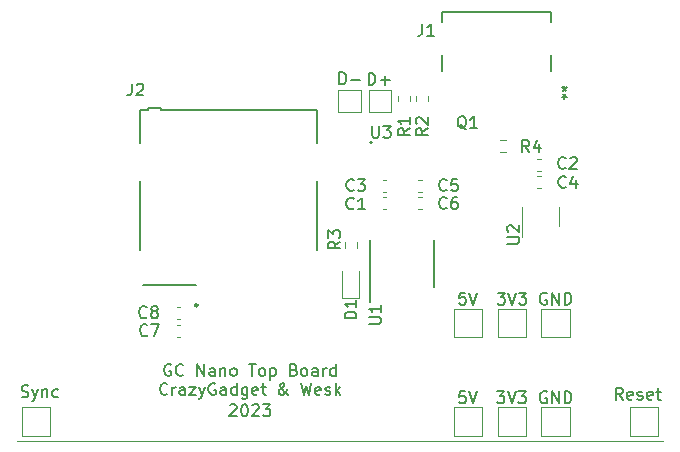
<source format=gbr>
%TF.GenerationSoftware,KiCad,Pcbnew,(6.0.11)*%
%TF.CreationDate,2023-04-24T21:00:32-04:00*%
%TF.ProjectId,GC Nano Top,4743204e-616e-46f2-9054-6f702e6b6963,rev?*%
%TF.SameCoordinates,Original*%
%TF.FileFunction,Legend,Top*%
%TF.FilePolarity,Positive*%
%FSLAX46Y46*%
G04 Gerber Fmt 4.6, Leading zero omitted, Abs format (unit mm)*
G04 Created by KiCad (PCBNEW (6.0.11)) date 2023-04-24 21:00:32*
%MOMM*%
%LPD*%
G01*
G04 APERTURE LIST*
%ADD10C,0.100000*%
%ADD11C,0.150000*%
%ADD12C,0.120000*%
%ADD13C,0.152400*%
%ADD14C,0.160499*%
%ADD15C,0.200000*%
%ADD16C,0.240000*%
G04 APERTURE END LIST*
D10*
X133450000Y-70525000D02*
X188200000Y-70525000D01*
D11*
X146485714Y-64100000D02*
X146390476Y-64052380D01*
X146247619Y-64052380D01*
X146104761Y-64100000D01*
X146009523Y-64195238D01*
X145961904Y-64290476D01*
X145914285Y-64480952D01*
X145914285Y-64623809D01*
X145961904Y-64814285D01*
X146009523Y-64909523D01*
X146104761Y-65004761D01*
X146247619Y-65052380D01*
X146342857Y-65052380D01*
X146485714Y-65004761D01*
X146533333Y-64957142D01*
X146533333Y-64623809D01*
X146342857Y-64623809D01*
X147533333Y-64957142D02*
X147485714Y-65004761D01*
X147342857Y-65052380D01*
X147247619Y-65052380D01*
X147104761Y-65004761D01*
X147009523Y-64909523D01*
X146961904Y-64814285D01*
X146914285Y-64623809D01*
X146914285Y-64480952D01*
X146961904Y-64290476D01*
X147009523Y-64195238D01*
X147104761Y-64100000D01*
X147247619Y-64052380D01*
X147342857Y-64052380D01*
X147485714Y-64100000D01*
X147533333Y-64147619D01*
X148723809Y-65052380D02*
X148723809Y-64052380D01*
X149295238Y-65052380D01*
X149295238Y-64052380D01*
X150200000Y-65052380D02*
X150200000Y-64528571D01*
X150152380Y-64433333D01*
X150057142Y-64385714D01*
X149866666Y-64385714D01*
X149771428Y-64433333D01*
X150200000Y-65004761D02*
X150104761Y-65052380D01*
X149866666Y-65052380D01*
X149771428Y-65004761D01*
X149723809Y-64909523D01*
X149723809Y-64814285D01*
X149771428Y-64719047D01*
X149866666Y-64671428D01*
X150104761Y-64671428D01*
X150200000Y-64623809D01*
X150676190Y-64385714D02*
X150676190Y-65052380D01*
X150676190Y-64480952D02*
X150723809Y-64433333D01*
X150819047Y-64385714D01*
X150961904Y-64385714D01*
X151057142Y-64433333D01*
X151104761Y-64528571D01*
X151104761Y-65052380D01*
X151723809Y-65052380D02*
X151628571Y-65004761D01*
X151580952Y-64957142D01*
X151533333Y-64861904D01*
X151533333Y-64576190D01*
X151580952Y-64480952D01*
X151628571Y-64433333D01*
X151723809Y-64385714D01*
X151866666Y-64385714D01*
X151961904Y-64433333D01*
X152009523Y-64480952D01*
X152057142Y-64576190D01*
X152057142Y-64861904D01*
X152009523Y-64957142D01*
X151961904Y-65004761D01*
X151866666Y-65052380D01*
X151723809Y-65052380D01*
X153104761Y-64052380D02*
X153676190Y-64052380D01*
X153390476Y-65052380D02*
X153390476Y-64052380D01*
X154152380Y-65052380D02*
X154057142Y-65004761D01*
X154009523Y-64957142D01*
X153961904Y-64861904D01*
X153961904Y-64576190D01*
X154009523Y-64480952D01*
X154057142Y-64433333D01*
X154152380Y-64385714D01*
X154295238Y-64385714D01*
X154390476Y-64433333D01*
X154438095Y-64480952D01*
X154485714Y-64576190D01*
X154485714Y-64861904D01*
X154438095Y-64957142D01*
X154390476Y-65004761D01*
X154295238Y-65052380D01*
X154152380Y-65052380D01*
X154914285Y-64385714D02*
X154914285Y-65385714D01*
X154914285Y-64433333D02*
X155009523Y-64385714D01*
X155200000Y-64385714D01*
X155295238Y-64433333D01*
X155342857Y-64480952D01*
X155390476Y-64576190D01*
X155390476Y-64861904D01*
X155342857Y-64957142D01*
X155295238Y-65004761D01*
X155200000Y-65052380D01*
X155009523Y-65052380D01*
X154914285Y-65004761D01*
X156914285Y-64528571D02*
X157057142Y-64576190D01*
X157104761Y-64623809D01*
X157152380Y-64719047D01*
X157152380Y-64861904D01*
X157104761Y-64957142D01*
X157057142Y-65004761D01*
X156961904Y-65052380D01*
X156580952Y-65052380D01*
X156580952Y-64052380D01*
X156914285Y-64052380D01*
X157009523Y-64100000D01*
X157057142Y-64147619D01*
X157104761Y-64242857D01*
X157104761Y-64338095D01*
X157057142Y-64433333D01*
X157009523Y-64480952D01*
X156914285Y-64528571D01*
X156580952Y-64528571D01*
X157723809Y-65052380D02*
X157628571Y-65004761D01*
X157580952Y-64957142D01*
X157533333Y-64861904D01*
X157533333Y-64576190D01*
X157580952Y-64480952D01*
X157628571Y-64433333D01*
X157723809Y-64385714D01*
X157866666Y-64385714D01*
X157961904Y-64433333D01*
X158009523Y-64480952D01*
X158057142Y-64576190D01*
X158057142Y-64861904D01*
X158009523Y-64957142D01*
X157961904Y-65004761D01*
X157866666Y-65052380D01*
X157723809Y-65052380D01*
X158914285Y-65052380D02*
X158914285Y-64528571D01*
X158866666Y-64433333D01*
X158771428Y-64385714D01*
X158580952Y-64385714D01*
X158485714Y-64433333D01*
X158914285Y-65004761D02*
X158819047Y-65052380D01*
X158580952Y-65052380D01*
X158485714Y-65004761D01*
X158438095Y-64909523D01*
X158438095Y-64814285D01*
X158485714Y-64719047D01*
X158580952Y-64671428D01*
X158819047Y-64671428D01*
X158914285Y-64623809D01*
X159390476Y-65052380D02*
X159390476Y-64385714D01*
X159390476Y-64576190D02*
X159438095Y-64480952D01*
X159485714Y-64433333D01*
X159580952Y-64385714D01*
X159676190Y-64385714D01*
X160438095Y-65052380D02*
X160438095Y-64052380D01*
X160438095Y-65004761D02*
X160342857Y-65052380D01*
X160152380Y-65052380D01*
X160057142Y-65004761D01*
X160009523Y-64957142D01*
X159961904Y-64861904D01*
X159961904Y-64576190D01*
X160009523Y-64480952D01*
X160057142Y-64433333D01*
X160152380Y-64385714D01*
X160342857Y-64385714D01*
X160438095Y-64433333D01*
X151485714Y-67547619D02*
X151533333Y-67500000D01*
X151628571Y-67452380D01*
X151866666Y-67452380D01*
X151961904Y-67500000D01*
X152009523Y-67547619D01*
X152057142Y-67642857D01*
X152057142Y-67738095D01*
X152009523Y-67880952D01*
X151438095Y-68452380D01*
X152057142Y-68452380D01*
X152676190Y-67452380D02*
X152771428Y-67452380D01*
X152866666Y-67500000D01*
X152914285Y-67547619D01*
X152961904Y-67642857D01*
X153009523Y-67833333D01*
X153009523Y-68071428D01*
X152961904Y-68261904D01*
X152914285Y-68357142D01*
X152866666Y-68404761D01*
X152771428Y-68452380D01*
X152676190Y-68452380D01*
X152580952Y-68404761D01*
X152533333Y-68357142D01*
X152485714Y-68261904D01*
X152438095Y-68071428D01*
X152438095Y-67833333D01*
X152485714Y-67642857D01*
X152533333Y-67547619D01*
X152580952Y-67500000D01*
X152676190Y-67452380D01*
X153390476Y-67547619D02*
X153438095Y-67500000D01*
X153533333Y-67452380D01*
X153771428Y-67452380D01*
X153866666Y-67500000D01*
X153914285Y-67547619D01*
X153961904Y-67642857D01*
X153961904Y-67738095D01*
X153914285Y-67880952D01*
X153342857Y-68452380D01*
X153961904Y-68452380D01*
X154295238Y-67452380D02*
X154914285Y-67452380D01*
X154580952Y-67833333D01*
X154723809Y-67833333D01*
X154819047Y-67880952D01*
X154866666Y-67928571D01*
X154914285Y-68023809D01*
X154914285Y-68261904D01*
X154866666Y-68357142D01*
X154819047Y-68404761D01*
X154723809Y-68452380D01*
X154438095Y-68452380D01*
X154342857Y-68404761D01*
X154295238Y-68357142D01*
X146200000Y-66557142D02*
X146152380Y-66604761D01*
X146009523Y-66652380D01*
X145914285Y-66652380D01*
X145771428Y-66604761D01*
X145676190Y-66509523D01*
X145628571Y-66414285D01*
X145580952Y-66223809D01*
X145580952Y-66080952D01*
X145628571Y-65890476D01*
X145676190Y-65795238D01*
X145771428Y-65700000D01*
X145914285Y-65652380D01*
X146009523Y-65652380D01*
X146152380Y-65700000D01*
X146200000Y-65747619D01*
X146628571Y-66652380D02*
X146628571Y-65985714D01*
X146628571Y-66176190D02*
X146676190Y-66080952D01*
X146723809Y-66033333D01*
X146819047Y-65985714D01*
X146914285Y-65985714D01*
X147676190Y-66652380D02*
X147676190Y-66128571D01*
X147628571Y-66033333D01*
X147533333Y-65985714D01*
X147342857Y-65985714D01*
X147247619Y-66033333D01*
X147676190Y-66604761D02*
X147580952Y-66652380D01*
X147342857Y-66652380D01*
X147247619Y-66604761D01*
X147200000Y-66509523D01*
X147200000Y-66414285D01*
X147247619Y-66319047D01*
X147342857Y-66271428D01*
X147580952Y-66271428D01*
X147676190Y-66223809D01*
X148057142Y-65985714D02*
X148580952Y-65985714D01*
X148057142Y-66652380D01*
X148580952Y-66652380D01*
X148866666Y-65985714D02*
X149104761Y-66652380D01*
X149342857Y-65985714D02*
X149104761Y-66652380D01*
X149009523Y-66890476D01*
X148961904Y-66938095D01*
X148866666Y-66985714D01*
X150247619Y-65700000D02*
X150152380Y-65652380D01*
X150009523Y-65652380D01*
X149866666Y-65700000D01*
X149771428Y-65795238D01*
X149723809Y-65890476D01*
X149676190Y-66080952D01*
X149676190Y-66223809D01*
X149723809Y-66414285D01*
X149771428Y-66509523D01*
X149866666Y-66604761D01*
X150009523Y-66652380D01*
X150104761Y-66652380D01*
X150247619Y-66604761D01*
X150295238Y-66557142D01*
X150295238Y-66223809D01*
X150104761Y-66223809D01*
X151152380Y-66652380D02*
X151152380Y-66128571D01*
X151104761Y-66033333D01*
X151009523Y-65985714D01*
X150819047Y-65985714D01*
X150723809Y-66033333D01*
X151152380Y-66604761D02*
X151057142Y-66652380D01*
X150819047Y-66652380D01*
X150723809Y-66604761D01*
X150676190Y-66509523D01*
X150676190Y-66414285D01*
X150723809Y-66319047D01*
X150819047Y-66271428D01*
X151057142Y-66271428D01*
X151152380Y-66223809D01*
X152057142Y-66652380D02*
X152057142Y-65652380D01*
X152057142Y-66604761D02*
X151961904Y-66652380D01*
X151771428Y-66652380D01*
X151676190Y-66604761D01*
X151628571Y-66557142D01*
X151580952Y-66461904D01*
X151580952Y-66176190D01*
X151628571Y-66080952D01*
X151676190Y-66033333D01*
X151771428Y-65985714D01*
X151961904Y-65985714D01*
X152057142Y-66033333D01*
X152961904Y-65985714D02*
X152961904Y-66795238D01*
X152914285Y-66890476D01*
X152866666Y-66938095D01*
X152771428Y-66985714D01*
X152628571Y-66985714D01*
X152533333Y-66938095D01*
X152961904Y-66604761D02*
X152866666Y-66652380D01*
X152676190Y-66652380D01*
X152580952Y-66604761D01*
X152533333Y-66557142D01*
X152485714Y-66461904D01*
X152485714Y-66176190D01*
X152533333Y-66080952D01*
X152580952Y-66033333D01*
X152676190Y-65985714D01*
X152866666Y-65985714D01*
X152961904Y-66033333D01*
X153819047Y-66604761D02*
X153723809Y-66652380D01*
X153533333Y-66652380D01*
X153438095Y-66604761D01*
X153390476Y-66509523D01*
X153390476Y-66128571D01*
X153438095Y-66033333D01*
X153533333Y-65985714D01*
X153723809Y-65985714D01*
X153819047Y-66033333D01*
X153866666Y-66128571D01*
X153866666Y-66223809D01*
X153390476Y-66319047D01*
X154152380Y-65985714D02*
X154533333Y-65985714D01*
X154295238Y-65652380D02*
X154295238Y-66509523D01*
X154342857Y-66604761D01*
X154438095Y-66652380D01*
X154533333Y-66652380D01*
X156438095Y-66652380D02*
X156390476Y-66652380D01*
X156295238Y-66604761D01*
X156152380Y-66461904D01*
X155914285Y-66176190D01*
X155819047Y-66033333D01*
X155771428Y-65890476D01*
X155771428Y-65795238D01*
X155819047Y-65700000D01*
X155914285Y-65652380D01*
X155961904Y-65652380D01*
X156057142Y-65700000D01*
X156104761Y-65795238D01*
X156104761Y-65842857D01*
X156057142Y-65938095D01*
X156009523Y-65985714D01*
X155723809Y-66176190D01*
X155676190Y-66223809D01*
X155628571Y-66319047D01*
X155628571Y-66461904D01*
X155676190Y-66557142D01*
X155723809Y-66604761D01*
X155819047Y-66652380D01*
X155961904Y-66652380D01*
X156057142Y-66604761D01*
X156104761Y-66557142D01*
X156247619Y-66366666D01*
X156295238Y-66223809D01*
X156295238Y-66128571D01*
X157533333Y-65652380D02*
X157771428Y-66652380D01*
X157961904Y-65938095D01*
X158152380Y-66652380D01*
X158390476Y-65652380D01*
X159152380Y-66604761D02*
X159057142Y-66652380D01*
X158866666Y-66652380D01*
X158771428Y-66604761D01*
X158723809Y-66509523D01*
X158723809Y-66128571D01*
X158771428Y-66033333D01*
X158866666Y-65985714D01*
X159057142Y-65985714D01*
X159152380Y-66033333D01*
X159200000Y-66128571D01*
X159200000Y-66223809D01*
X158723809Y-66319047D01*
X159580952Y-66604761D02*
X159676190Y-66652380D01*
X159866666Y-66652380D01*
X159961904Y-66604761D01*
X160009523Y-66509523D01*
X160009523Y-66461904D01*
X159961904Y-66366666D01*
X159866666Y-66319047D01*
X159723809Y-66319047D01*
X159628571Y-66271428D01*
X159580952Y-66176190D01*
X159580952Y-66128571D01*
X159628571Y-66033333D01*
X159723809Y-65985714D01*
X159866666Y-65985714D01*
X159961904Y-66033333D01*
X160438095Y-66652380D02*
X160438095Y-65652380D01*
X160533333Y-66271428D02*
X160819047Y-66652380D01*
X160819047Y-65985714D02*
X160438095Y-66366666D01*
%TO.C,C8*%
X144433333Y-60057142D02*
X144385714Y-60104761D01*
X144242857Y-60152380D01*
X144147619Y-60152380D01*
X144004761Y-60104761D01*
X143909523Y-60009523D01*
X143861904Y-59914285D01*
X143814285Y-59723809D01*
X143814285Y-59580952D01*
X143861904Y-59390476D01*
X143909523Y-59295238D01*
X144004761Y-59200000D01*
X144147619Y-59152380D01*
X144242857Y-59152380D01*
X144385714Y-59200000D01*
X144433333Y-59247619D01*
X145004761Y-59580952D02*
X144909523Y-59533333D01*
X144861904Y-59485714D01*
X144814285Y-59390476D01*
X144814285Y-59342857D01*
X144861904Y-59247619D01*
X144909523Y-59200000D01*
X145004761Y-59152380D01*
X145195238Y-59152380D01*
X145290476Y-59200000D01*
X145338095Y-59247619D01*
X145385714Y-59342857D01*
X145385714Y-59390476D01*
X145338095Y-59485714D01*
X145290476Y-59533333D01*
X145195238Y-59580952D01*
X145004761Y-59580952D01*
X144909523Y-59628571D01*
X144861904Y-59676190D01*
X144814285Y-59771428D01*
X144814285Y-59961904D01*
X144861904Y-60057142D01*
X144909523Y-60104761D01*
X145004761Y-60152380D01*
X145195238Y-60152380D01*
X145290476Y-60104761D01*
X145338095Y-60057142D01*
X145385714Y-59961904D01*
X145385714Y-59771428D01*
X145338095Y-59676190D01*
X145290476Y-59628571D01*
X145195238Y-59580952D01*
%TO.C,C4*%
X179933333Y-49032142D02*
X179885714Y-49079761D01*
X179742857Y-49127380D01*
X179647619Y-49127380D01*
X179504761Y-49079761D01*
X179409523Y-48984523D01*
X179361904Y-48889285D01*
X179314285Y-48698809D01*
X179314285Y-48555952D01*
X179361904Y-48365476D01*
X179409523Y-48270238D01*
X179504761Y-48175000D01*
X179647619Y-48127380D01*
X179742857Y-48127380D01*
X179885714Y-48175000D01*
X179933333Y-48222619D01*
X180790476Y-48460714D02*
X180790476Y-49127380D01*
X180552380Y-48079761D02*
X180314285Y-48794047D01*
X180933333Y-48794047D01*
%TO.C,GND*%
X178313095Y-58052000D02*
X178217857Y-58004380D01*
X178075000Y-58004380D01*
X177932142Y-58052000D01*
X177836904Y-58147238D01*
X177789285Y-58242476D01*
X177741666Y-58432952D01*
X177741666Y-58575809D01*
X177789285Y-58766285D01*
X177836904Y-58861523D01*
X177932142Y-58956761D01*
X178075000Y-59004380D01*
X178170238Y-59004380D01*
X178313095Y-58956761D01*
X178360714Y-58909142D01*
X178360714Y-58575809D01*
X178170238Y-58575809D01*
X178789285Y-59004380D02*
X178789285Y-58004380D01*
X179360714Y-59004380D01*
X179360714Y-58004380D01*
X179836904Y-59004380D02*
X179836904Y-58004380D01*
X180075000Y-58004380D01*
X180217857Y-58052000D01*
X180313095Y-58147238D01*
X180360714Y-58242476D01*
X180408333Y-58432952D01*
X180408333Y-58575809D01*
X180360714Y-58766285D01*
X180313095Y-58861523D01*
X180217857Y-58956761D01*
X180075000Y-59004380D01*
X179836904Y-59004380D01*
%TO.C,C5*%
X169833333Y-49282142D02*
X169785714Y-49329761D01*
X169642857Y-49377380D01*
X169547619Y-49377380D01*
X169404761Y-49329761D01*
X169309523Y-49234523D01*
X169261904Y-49139285D01*
X169214285Y-48948809D01*
X169214285Y-48805952D01*
X169261904Y-48615476D01*
X169309523Y-48520238D01*
X169404761Y-48425000D01*
X169547619Y-48377380D01*
X169642857Y-48377380D01*
X169785714Y-48425000D01*
X169833333Y-48472619D01*
X170738095Y-48377380D02*
X170261904Y-48377380D01*
X170214285Y-48853571D01*
X170261904Y-48805952D01*
X170357142Y-48758333D01*
X170595238Y-48758333D01*
X170690476Y-48805952D01*
X170738095Y-48853571D01*
X170785714Y-48948809D01*
X170785714Y-49186904D01*
X170738095Y-49282142D01*
X170690476Y-49329761D01*
X170595238Y-49377380D01*
X170357142Y-49377380D01*
X170261904Y-49329761D01*
X170214285Y-49282142D01*
%TO.C,R3*%
X160827380Y-53666666D02*
X160351190Y-54000000D01*
X160827380Y-54238095D02*
X159827380Y-54238095D01*
X159827380Y-53857142D01*
X159875000Y-53761904D01*
X159922619Y-53714285D01*
X160017857Y-53666666D01*
X160160714Y-53666666D01*
X160255952Y-53714285D01*
X160303571Y-53761904D01*
X160351190Y-53857142D01*
X160351190Y-54238095D01*
X159827380Y-53333333D02*
X159827380Y-52714285D01*
X160208333Y-53047619D01*
X160208333Y-52904761D01*
X160255952Y-52809523D01*
X160303571Y-52761904D01*
X160398809Y-52714285D01*
X160636904Y-52714285D01*
X160732142Y-52761904D01*
X160779761Y-52809523D01*
X160827380Y-52904761D01*
X160827380Y-53190476D01*
X160779761Y-53285714D01*
X160732142Y-53333333D01*
%TO.C,C3*%
X161983333Y-49282142D02*
X161935714Y-49329761D01*
X161792857Y-49377380D01*
X161697619Y-49377380D01*
X161554761Y-49329761D01*
X161459523Y-49234523D01*
X161411904Y-49139285D01*
X161364285Y-48948809D01*
X161364285Y-48805952D01*
X161411904Y-48615476D01*
X161459523Y-48520238D01*
X161554761Y-48425000D01*
X161697619Y-48377380D01*
X161792857Y-48377380D01*
X161935714Y-48425000D01*
X161983333Y-48472619D01*
X162316666Y-48377380D02*
X162935714Y-48377380D01*
X162602380Y-48758333D01*
X162745238Y-48758333D01*
X162840476Y-48805952D01*
X162888095Y-48853571D01*
X162935714Y-48948809D01*
X162935714Y-49186904D01*
X162888095Y-49282142D01*
X162840476Y-49329761D01*
X162745238Y-49377380D01*
X162459523Y-49377380D01*
X162364285Y-49329761D01*
X162316666Y-49282142D01*
%TO.C,Sync*%
X133852380Y-66804761D02*
X133995238Y-66852380D01*
X134233333Y-66852380D01*
X134328571Y-66804761D01*
X134376190Y-66757142D01*
X134423809Y-66661904D01*
X134423809Y-66566666D01*
X134376190Y-66471428D01*
X134328571Y-66423809D01*
X134233333Y-66376190D01*
X134042857Y-66328571D01*
X133947619Y-66280952D01*
X133900000Y-66233333D01*
X133852380Y-66138095D01*
X133852380Y-66042857D01*
X133900000Y-65947619D01*
X133947619Y-65900000D01*
X134042857Y-65852380D01*
X134280952Y-65852380D01*
X134423809Y-65900000D01*
X134757142Y-66185714D02*
X134995238Y-66852380D01*
X135233333Y-66185714D02*
X134995238Y-66852380D01*
X134900000Y-67090476D01*
X134852380Y-67138095D01*
X134757142Y-67185714D01*
X135614285Y-66185714D02*
X135614285Y-66852380D01*
X135614285Y-66280952D02*
X135661904Y-66233333D01*
X135757142Y-66185714D01*
X135900000Y-66185714D01*
X135995238Y-66233333D01*
X136042857Y-66328571D01*
X136042857Y-66852380D01*
X136947619Y-66804761D02*
X136852380Y-66852380D01*
X136661904Y-66852380D01*
X136566666Y-66804761D01*
X136519047Y-66757142D01*
X136471428Y-66661904D01*
X136471428Y-66376190D01*
X136519047Y-66280952D01*
X136566666Y-66233333D01*
X136661904Y-66185714D01*
X136852380Y-66185714D01*
X136947619Y-66233333D01*
%TO.C,R4*%
X176833333Y-46077380D02*
X176500000Y-45601190D01*
X176261904Y-46077380D02*
X176261904Y-45077380D01*
X176642857Y-45077380D01*
X176738095Y-45125000D01*
X176785714Y-45172619D01*
X176833333Y-45267857D01*
X176833333Y-45410714D01*
X176785714Y-45505952D01*
X176738095Y-45553571D01*
X176642857Y-45601190D01*
X176261904Y-45601190D01*
X177690476Y-45410714D02*
X177690476Y-46077380D01*
X177452380Y-45029761D02*
X177214285Y-45744047D01*
X177833333Y-45744047D01*
%TO.C,5V*%
X171434523Y-66354380D02*
X170958333Y-66354380D01*
X170910714Y-66830571D01*
X170958333Y-66782952D01*
X171053571Y-66735333D01*
X171291666Y-66735333D01*
X171386904Y-66782952D01*
X171434523Y-66830571D01*
X171482142Y-66925809D01*
X171482142Y-67163904D01*
X171434523Y-67259142D01*
X171386904Y-67306761D01*
X171291666Y-67354380D01*
X171053571Y-67354380D01*
X170958333Y-67306761D01*
X170910714Y-67259142D01*
X171767857Y-66354380D02*
X172101190Y-67354380D01*
X172434523Y-66354380D01*
%TO.C,D1*%
X162202380Y-60163095D02*
X161202380Y-60163095D01*
X161202380Y-59925000D01*
X161250000Y-59782142D01*
X161345238Y-59686904D01*
X161440476Y-59639285D01*
X161630952Y-59591666D01*
X161773809Y-59591666D01*
X161964285Y-59639285D01*
X162059523Y-59686904D01*
X162154761Y-59782142D01*
X162202380Y-59925000D01*
X162202380Y-60163095D01*
X162202380Y-58639285D02*
X162202380Y-59210714D01*
X162202380Y-58925000D02*
X161202380Y-58925000D01*
X161345238Y-59020238D01*
X161440476Y-59115476D01*
X161488095Y-59210714D01*
%TO.C,U1*%
X163277380Y-60636904D02*
X164086904Y-60636904D01*
X164182142Y-60589285D01*
X164229761Y-60541666D01*
X164277380Y-60446428D01*
X164277380Y-60255952D01*
X164229761Y-60160714D01*
X164182142Y-60113095D01*
X164086904Y-60065476D01*
X163277380Y-60065476D01*
X164277380Y-59065476D02*
X164277380Y-59636904D01*
X164277380Y-59351190D02*
X163277380Y-59351190D01*
X163420238Y-59446428D01*
X163515476Y-59541666D01*
X163563095Y-59636904D01*
%TO.C,C7*%
X144508333Y-61582142D02*
X144460714Y-61629761D01*
X144317857Y-61677380D01*
X144222619Y-61677380D01*
X144079761Y-61629761D01*
X143984523Y-61534523D01*
X143936904Y-61439285D01*
X143889285Y-61248809D01*
X143889285Y-61105952D01*
X143936904Y-60915476D01*
X143984523Y-60820238D01*
X144079761Y-60725000D01*
X144222619Y-60677380D01*
X144317857Y-60677380D01*
X144460714Y-60725000D01*
X144508333Y-60772619D01*
X144841666Y-60677380D02*
X145508333Y-60677380D01*
X145079761Y-61677380D01*
%TO.C,R1*%
X166702380Y-44091666D02*
X166226190Y-44425000D01*
X166702380Y-44663095D02*
X165702380Y-44663095D01*
X165702380Y-44282142D01*
X165750000Y-44186904D01*
X165797619Y-44139285D01*
X165892857Y-44091666D01*
X166035714Y-44091666D01*
X166130952Y-44139285D01*
X166178571Y-44186904D01*
X166226190Y-44282142D01*
X166226190Y-44663095D01*
X166702380Y-43139285D02*
X166702380Y-43710714D01*
X166702380Y-43425000D02*
X165702380Y-43425000D01*
X165845238Y-43520238D01*
X165940476Y-43615476D01*
X165988095Y-43710714D01*
%TO.C,3V3*%
X174111904Y-66354380D02*
X174730952Y-66354380D01*
X174397619Y-66735333D01*
X174540476Y-66735333D01*
X174635714Y-66782952D01*
X174683333Y-66830571D01*
X174730952Y-66925809D01*
X174730952Y-67163904D01*
X174683333Y-67259142D01*
X174635714Y-67306761D01*
X174540476Y-67354380D01*
X174254761Y-67354380D01*
X174159523Y-67306761D01*
X174111904Y-67259142D01*
X175016666Y-66354380D02*
X175350000Y-67354380D01*
X175683333Y-66354380D01*
X175921428Y-66354380D02*
X176540476Y-66354380D01*
X176207142Y-66735333D01*
X176350000Y-66735333D01*
X176445238Y-66782952D01*
X176492857Y-66830571D01*
X176540476Y-66925809D01*
X176540476Y-67163904D01*
X176492857Y-67259142D01*
X176445238Y-67306761D01*
X176350000Y-67354380D01*
X176064285Y-67354380D01*
X175969047Y-67306761D01*
X175921428Y-67259142D01*
%TO.C,U2*%
X174977380Y-53836904D02*
X175786904Y-53836904D01*
X175882142Y-53789285D01*
X175929761Y-53741666D01*
X175977380Y-53646428D01*
X175977380Y-53455952D01*
X175929761Y-53360714D01*
X175882142Y-53313095D01*
X175786904Y-53265476D01*
X174977380Y-53265476D01*
X175072619Y-52836904D02*
X175025000Y-52789285D01*
X174977380Y-52694047D01*
X174977380Y-52455952D01*
X175025000Y-52360714D01*
X175072619Y-52313095D01*
X175167857Y-52265476D01*
X175263095Y-52265476D01*
X175405952Y-52313095D01*
X175977380Y-52884523D01*
X175977380Y-52265476D01*
%TO.C,C2*%
X179908333Y-47432142D02*
X179860714Y-47479761D01*
X179717857Y-47527380D01*
X179622619Y-47527380D01*
X179479761Y-47479761D01*
X179384523Y-47384523D01*
X179336904Y-47289285D01*
X179289285Y-47098809D01*
X179289285Y-46955952D01*
X179336904Y-46765476D01*
X179384523Y-46670238D01*
X179479761Y-46575000D01*
X179622619Y-46527380D01*
X179717857Y-46527380D01*
X179860714Y-46575000D01*
X179908333Y-46622619D01*
X180289285Y-46622619D02*
X180336904Y-46575000D01*
X180432142Y-46527380D01*
X180670238Y-46527380D01*
X180765476Y-46575000D01*
X180813095Y-46622619D01*
X180860714Y-46717857D01*
X180860714Y-46813095D01*
X180813095Y-46955952D01*
X180241666Y-47527380D01*
X180860714Y-47527380D01*
%TO.C,J1*%
X167766666Y-35252380D02*
X167766666Y-35966666D01*
X167719047Y-36109523D01*
X167623809Y-36204761D01*
X167480952Y-36252380D01*
X167385714Y-36252380D01*
X168766666Y-36252380D02*
X168195238Y-36252380D01*
X168480952Y-36252380D02*
X168480952Y-35252380D01*
X168385714Y-35395238D01*
X168290476Y-35490476D01*
X168195238Y-35538095D01*
X179815001Y-40480580D02*
X179815001Y-40718676D01*
X179576905Y-40623438D02*
X179815001Y-40718676D01*
X180053096Y-40623438D01*
X179672143Y-40909152D02*
X179815001Y-40718676D01*
X179957858Y-40909152D01*
X179815001Y-41575819D02*
X179815001Y-41337723D01*
X180053096Y-41432961D02*
X179815001Y-41337723D01*
X179576905Y-41432961D01*
X179957858Y-41147247D02*
X179815001Y-41337723D01*
X179672143Y-41147247D01*
%TO.C,C1*%
X161983333Y-50857142D02*
X161935714Y-50904761D01*
X161792857Y-50952380D01*
X161697619Y-50952380D01*
X161554761Y-50904761D01*
X161459523Y-50809523D01*
X161411904Y-50714285D01*
X161364285Y-50523809D01*
X161364285Y-50380952D01*
X161411904Y-50190476D01*
X161459523Y-50095238D01*
X161554761Y-50000000D01*
X161697619Y-49952380D01*
X161792857Y-49952380D01*
X161935714Y-50000000D01*
X161983333Y-50047619D01*
X162935714Y-50952380D02*
X162364285Y-50952380D01*
X162650000Y-50952380D02*
X162650000Y-49952380D01*
X162554761Y-50095238D01*
X162459523Y-50190476D01*
X162364285Y-50238095D01*
%TO.C,5V*%
X171434523Y-58004380D02*
X170958333Y-58004380D01*
X170910714Y-58480571D01*
X170958333Y-58432952D01*
X171053571Y-58385333D01*
X171291666Y-58385333D01*
X171386904Y-58432952D01*
X171434523Y-58480571D01*
X171482142Y-58575809D01*
X171482142Y-58813904D01*
X171434523Y-58909142D01*
X171386904Y-58956761D01*
X171291666Y-59004380D01*
X171053571Y-59004380D01*
X170958333Y-58956761D01*
X170910714Y-58909142D01*
X171767857Y-58004380D02*
X172101190Y-59004380D01*
X172434523Y-58004380D01*
%TO.C,3V3*%
X174161904Y-58004380D02*
X174780952Y-58004380D01*
X174447619Y-58385333D01*
X174590476Y-58385333D01*
X174685714Y-58432952D01*
X174733333Y-58480571D01*
X174780952Y-58575809D01*
X174780952Y-58813904D01*
X174733333Y-58909142D01*
X174685714Y-58956761D01*
X174590476Y-59004380D01*
X174304761Y-59004380D01*
X174209523Y-58956761D01*
X174161904Y-58909142D01*
X175066666Y-58004380D02*
X175400000Y-59004380D01*
X175733333Y-58004380D01*
X175971428Y-58004380D02*
X176590476Y-58004380D01*
X176257142Y-58385333D01*
X176400000Y-58385333D01*
X176495238Y-58432952D01*
X176542857Y-58480571D01*
X176590476Y-58575809D01*
X176590476Y-58813904D01*
X176542857Y-58909142D01*
X176495238Y-58956761D01*
X176400000Y-59004380D01*
X176114285Y-59004380D01*
X176019047Y-58956761D01*
X175971428Y-58909142D01*
%TO.C,Reset*%
X184761904Y-67052380D02*
X184428571Y-66576190D01*
X184190476Y-67052380D02*
X184190476Y-66052380D01*
X184571428Y-66052380D01*
X184666666Y-66100000D01*
X184714285Y-66147619D01*
X184761904Y-66242857D01*
X184761904Y-66385714D01*
X184714285Y-66480952D01*
X184666666Y-66528571D01*
X184571428Y-66576190D01*
X184190476Y-66576190D01*
X185571428Y-67004761D02*
X185476190Y-67052380D01*
X185285714Y-67052380D01*
X185190476Y-67004761D01*
X185142857Y-66909523D01*
X185142857Y-66528571D01*
X185190476Y-66433333D01*
X185285714Y-66385714D01*
X185476190Y-66385714D01*
X185571428Y-66433333D01*
X185619047Y-66528571D01*
X185619047Y-66623809D01*
X185142857Y-66719047D01*
X186000000Y-67004761D02*
X186095238Y-67052380D01*
X186285714Y-67052380D01*
X186380952Y-67004761D01*
X186428571Y-66909523D01*
X186428571Y-66861904D01*
X186380952Y-66766666D01*
X186285714Y-66719047D01*
X186142857Y-66719047D01*
X186047619Y-66671428D01*
X186000000Y-66576190D01*
X186000000Y-66528571D01*
X186047619Y-66433333D01*
X186142857Y-66385714D01*
X186285714Y-66385714D01*
X186380952Y-66433333D01*
X187238095Y-67004761D02*
X187142857Y-67052380D01*
X186952380Y-67052380D01*
X186857142Y-67004761D01*
X186809523Y-66909523D01*
X186809523Y-66528571D01*
X186857142Y-66433333D01*
X186952380Y-66385714D01*
X187142857Y-66385714D01*
X187238095Y-66433333D01*
X187285714Y-66528571D01*
X187285714Y-66623809D01*
X186809523Y-66719047D01*
X187571428Y-66385714D02*
X187952380Y-66385714D01*
X187714285Y-66052380D02*
X187714285Y-66909523D01*
X187761904Y-67004761D01*
X187857142Y-67052380D01*
X187952380Y-67052380D01*
%TO.C,Q1*%
X171504761Y-44147619D02*
X171409523Y-44100000D01*
X171314285Y-44004761D01*
X171171428Y-43861904D01*
X171076190Y-43814285D01*
X170980952Y-43814285D01*
X171028571Y-44052380D02*
X170933333Y-44004761D01*
X170838095Y-43909523D01*
X170790476Y-43719047D01*
X170790476Y-43385714D01*
X170838095Y-43195238D01*
X170933333Y-43100000D01*
X171028571Y-43052380D01*
X171219047Y-43052380D01*
X171314285Y-43100000D01*
X171409523Y-43195238D01*
X171457142Y-43385714D01*
X171457142Y-43719047D01*
X171409523Y-43909523D01*
X171314285Y-44004761D01*
X171219047Y-44052380D01*
X171028571Y-44052380D01*
X172409523Y-44052380D02*
X171838095Y-44052380D01*
X172123809Y-44052380D02*
X172123809Y-43052380D01*
X172028571Y-43195238D01*
X171933333Y-43290476D01*
X171838095Y-43338095D01*
%TO.C,D+*%
X163244047Y-40402380D02*
X163244047Y-39402380D01*
X163482142Y-39402380D01*
X163625000Y-39450000D01*
X163720238Y-39545238D01*
X163767857Y-39640476D01*
X163815476Y-39830952D01*
X163815476Y-39973809D01*
X163767857Y-40164285D01*
X163720238Y-40259523D01*
X163625000Y-40354761D01*
X163482142Y-40402380D01*
X163244047Y-40402380D01*
X164244047Y-40021428D02*
X165005952Y-40021428D01*
X164625000Y-40402380D02*
X164625000Y-39640476D01*
%TO.C,GND*%
X178313095Y-66402000D02*
X178217857Y-66354380D01*
X178075000Y-66354380D01*
X177932142Y-66402000D01*
X177836904Y-66497238D01*
X177789285Y-66592476D01*
X177741666Y-66782952D01*
X177741666Y-66925809D01*
X177789285Y-67116285D01*
X177836904Y-67211523D01*
X177932142Y-67306761D01*
X178075000Y-67354380D01*
X178170238Y-67354380D01*
X178313095Y-67306761D01*
X178360714Y-67259142D01*
X178360714Y-66925809D01*
X178170238Y-66925809D01*
X178789285Y-67354380D02*
X178789285Y-66354380D01*
X179360714Y-67354380D01*
X179360714Y-66354380D01*
X179836904Y-67354380D02*
X179836904Y-66354380D01*
X180075000Y-66354380D01*
X180217857Y-66402000D01*
X180313095Y-66497238D01*
X180360714Y-66592476D01*
X180408333Y-66782952D01*
X180408333Y-66925809D01*
X180360714Y-67116285D01*
X180313095Y-67211523D01*
X180217857Y-67306761D01*
X180075000Y-67354380D01*
X179836904Y-67354380D01*
%TO.C,U3*%
X163538095Y-43877380D02*
X163538095Y-44686904D01*
X163585714Y-44782142D01*
X163633333Y-44829761D01*
X163728571Y-44877380D01*
X163919047Y-44877380D01*
X164014285Y-44829761D01*
X164061904Y-44782142D01*
X164109523Y-44686904D01*
X164109523Y-43877380D01*
X164490476Y-43877380D02*
X165109523Y-43877380D01*
X164776190Y-44258333D01*
X164919047Y-44258333D01*
X165014285Y-44305952D01*
X165061904Y-44353571D01*
X165109523Y-44448809D01*
X165109523Y-44686904D01*
X165061904Y-44782142D01*
X165014285Y-44829761D01*
X164919047Y-44877380D01*
X164633333Y-44877380D01*
X164538095Y-44829761D01*
X164490476Y-44782142D01*
%TO.C,R2*%
X168227380Y-44091666D02*
X167751190Y-44425000D01*
X168227380Y-44663095D02*
X167227380Y-44663095D01*
X167227380Y-44282142D01*
X167275000Y-44186904D01*
X167322619Y-44139285D01*
X167417857Y-44091666D01*
X167560714Y-44091666D01*
X167655952Y-44139285D01*
X167703571Y-44186904D01*
X167751190Y-44282142D01*
X167751190Y-44663095D01*
X167322619Y-43710714D02*
X167275000Y-43663095D01*
X167227380Y-43567857D01*
X167227380Y-43329761D01*
X167275000Y-43234523D01*
X167322619Y-43186904D01*
X167417857Y-43139285D01*
X167513095Y-43139285D01*
X167655952Y-43186904D01*
X168227380Y-43758333D01*
X168227380Y-43139285D01*
%TO.C,D-*%
X160769047Y-40352380D02*
X160769047Y-39352380D01*
X161007142Y-39352380D01*
X161150000Y-39400000D01*
X161245238Y-39495238D01*
X161292857Y-39590476D01*
X161340476Y-39780952D01*
X161340476Y-39923809D01*
X161292857Y-40114285D01*
X161245238Y-40209523D01*
X161150000Y-40304761D01*
X161007142Y-40352380D01*
X160769047Y-40352380D01*
X161769047Y-39971428D02*
X162530952Y-39971428D01*
%TO.C,C6*%
X169833333Y-50807142D02*
X169785714Y-50854761D01*
X169642857Y-50902380D01*
X169547619Y-50902380D01*
X169404761Y-50854761D01*
X169309523Y-50759523D01*
X169261904Y-50664285D01*
X169214285Y-50473809D01*
X169214285Y-50330952D01*
X169261904Y-50140476D01*
X169309523Y-50045238D01*
X169404761Y-49950000D01*
X169547619Y-49902380D01*
X169642857Y-49902380D01*
X169785714Y-49950000D01*
X169833333Y-49997619D01*
X170690476Y-49902380D02*
X170500000Y-49902380D01*
X170404761Y-49950000D01*
X170357142Y-49997619D01*
X170261904Y-50140476D01*
X170214285Y-50330952D01*
X170214285Y-50711904D01*
X170261904Y-50807142D01*
X170309523Y-50854761D01*
X170404761Y-50902380D01*
X170595238Y-50902380D01*
X170690476Y-50854761D01*
X170738095Y-50807142D01*
X170785714Y-50711904D01*
X170785714Y-50473809D01*
X170738095Y-50378571D01*
X170690476Y-50330952D01*
X170595238Y-50283333D01*
X170404761Y-50283333D01*
X170309523Y-50330952D01*
X170261904Y-50378571D01*
X170214285Y-50473809D01*
%TO.C,J2*%
X143166666Y-40302380D02*
X143166666Y-41016666D01*
X143119047Y-41159523D01*
X143023809Y-41254761D01*
X142880952Y-41302380D01*
X142785714Y-41302380D01*
X143595238Y-40397619D02*
X143642857Y-40350000D01*
X143738095Y-40302380D01*
X143976190Y-40302380D01*
X144071428Y-40350000D01*
X144119047Y-40397619D01*
X144166666Y-40492857D01*
X144166666Y-40588095D01*
X144119047Y-40730952D01*
X143547619Y-41302380D01*
X144166666Y-41302380D01*
D12*
%TO.C,C8*%
X147265580Y-59190000D02*
X146984420Y-59190000D01*
X147265580Y-60210000D02*
X146984420Y-60210000D01*
%TO.C,C4*%
X177509420Y-48140000D02*
X177790580Y-48140000D01*
X177509420Y-49160000D02*
X177790580Y-49160000D01*
%TO.C,GND*%
X180275000Y-59350000D02*
X180275000Y-61750000D01*
X177875000Y-61750000D02*
X177875000Y-59350000D01*
X177875000Y-59350000D02*
X180275000Y-59350000D01*
X180275000Y-61750000D02*
X177875000Y-61750000D01*
%TO.C,C5*%
X167459420Y-48415000D02*
X167740580Y-48415000D01*
X167459420Y-49435000D02*
X167740580Y-49435000D01*
%TO.C,R3*%
X161202500Y-53712742D02*
X161202500Y-54187258D01*
X162247500Y-53712742D02*
X162247500Y-54187258D01*
%TO.C,C3*%
X164715580Y-49435000D02*
X164434420Y-49435000D01*
X164715580Y-48415000D02*
X164434420Y-48415000D01*
%TO.C,Sync*%
X136250000Y-70100000D02*
X133850000Y-70100000D01*
X133850000Y-67700000D02*
X136250000Y-67700000D01*
X136250000Y-67700000D02*
X136250000Y-70100000D01*
X133850000Y-70100000D02*
X133850000Y-67700000D01*
%TO.C,R4*%
X174387742Y-46097500D02*
X174862258Y-46097500D01*
X174387742Y-45052500D02*
X174862258Y-45052500D01*
%TO.C,5V*%
X170425000Y-67700000D02*
X172825000Y-67700000D01*
X170425000Y-70100000D02*
X170425000Y-67700000D01*
X172825000Y-70100000D02*
X170425000Y-70100000D01*
X172825000Y-67700000D02*
X172825000Y-70100000D01*
%TO.C,D1*%
X160990000Y-56175000D02*
X160990000Y-58460000D01*
X160990000Y-58460000D02*
X162460000Y-58460000D01*
X162460000Y-58460000D02*
X162460000Y-56175000D01*
D11*
%TO.C,U1*%
X163350000Y-58825000D02*
X163350000Y-53550000D01*
X168750000Y-57550000D02*
X168750000Y-53550000D01*
D12*
%TO.C,C7*%
X147265580Y-61735000D02*
X146984420Y-61735000D01*
X147265580Y-60715000D02*
X146984420Y-60715000D01*
%TO.C,R1*%
X165727500Y-41312742D02*
X165727500Y-41787258D01*
X166772500Y-41312742D02*
X166772500Y-41787258D01*
%TO.C,3V3*%
X174150000Y-67700000D02*
X176550000Y-67700000D01*
X174150000Y-70100000D02*
X174150000Y-67700000D01*
X176550000Y-67700000D02*
X176550000Y-70100000D01*
X176550000Y-70100000D02*
X174150000Y-70100000D01*
%TO.C,U2*%
X176265000Y-51525000D02*
X176265000Y-50725000D01*
X176265000Y-51525000D02*
X176265000Y-53325000D01*
X179385000Y-51525000D02*
X179385000Y-50725000D01*
X179385000Y-51525000D02*
X179385000Y-52325000D01*
%TO.C,C2*%
X177509420Y-46640000D02*
X177790580Y-46640000D01*
X177509420Y-47660000D02*
X177790580Y-47660000D01*
D13*
%TO.C,J1*%
X178672400Y-39266608D02*
X178672400Y-37842991D01*
X169477600Y-34219800D02*
X169477600Y-35063407D01*
X178672400Y-35063407D02*
X178672400Y-34219800D01*
X169477600Y-37842991D02*
X169477600Y-39266608D01*
X178672400Y-34219800D02*
X169477600Y-34219800D01*
D12*
%TO.C,C1*%
X164715580Y-50935000D02*
X164434420Y-50935000D01*
X164715580Y-49915000D02*
X164434420Y-49915000D01*
%TO.C,5V*%
X170425000Y-59350000D02*
X172825000Y-59350000D01*
X170425000Y-61750000D02*
X170425000Y-59350000D01*
X172825000Y-61750000D02*
X170425000Y-61750000D01*
X172825000Y-59350000D02*
X172825000Y-61750000D01*
%TO.C,3V3*%
X176550000Y-59350000D02*
X176550000Y-61750000D01*
X174150000Y-59350000D02*
X176550000Y-59350000D01*
X176550000Y-61750000D02*
X174150000Y-61750000D01*
X174150000Y-61750000D02*
X174150000Y-59350000D01*
%TO.C,Reset*%
X185350000Y-70100000D02*
X185350000Y-67700000D01*
X185350000Y-67700000D02*
X187750000Y-67700000D01*
X187750000Y-70100000D02*
X185350000Y-70100000D01*
X187750000Y-67700000D02*
X187750000Y-70100000D01*
%TO.C,D+*%
X163250000Y-42725000D02*
X163250000Y-40825000D01*
X165150000Y-42725000D02*
X163250000Y-42725000D01*
X163250000Y-40825000D02*
X165150000Y-40825000D01*
X165150000Y-40825000D02*
X165150000Y-42725000D01*
%TO.C,GND*%
X180275000Y-70100000D02*
X177875000Y-70100000D01*
X177875000Y-67700000D02*
X180275000Y-67700000D01*
X177875000Y-70100000D02*
X177875000Y-67700000D01*
X180275000Y-67700000D02*
X180275000Y-70100000D01*
%TO.C,U3*%
D14*
X163505249Y-45280000D02*
G75*
G03*
X163505249Y-45280000I-80249J0D01*
G01*
D12*
%TO.C,R2*%
X167227500Y-41312742D02*
X167227500Y-41787258D01*
X168272500Y-41312742D02*
X168272500Y-41787258D01*
%TO.C,D-*%
X160675000Y-42725000D02*
X160675000Y-40825000D01*
X162575000Y-40825000D02*
X162575000Y-42725000D01*
X160675000Y-40825000D02*
X162575000Y-40825000D01*
X162575000Y-42725000D02*
X160675000Y-42725000D01*
%TO.C,C6*%
X167459420Y-49915000D02*
X167740580Y-49915000D01*
X167459420Y-50935000D02*
X167740580Y-50935000D01*
D15*
%TO.C,J2*%
X158900000Y-42570000D02*
X145650000Y-42570000D01*
X145650000Y-42320000D02*
X144550000Y-42320000D01*
X144550000Y-42570000D02*
X143850000Y-42570000D01*
X148650000Y-57320000D02*
X144150000Y-57320000D01*
X144550000Y-42320000D02*
X144550000Y-42570000D01*
X158900000Y-42570000D02*
X158900000Y-45350000D01*
X143850000Y-48550000D02*
X143850000Y-54350000D01*
X158900000Y-48550000D02*
X158900000Y-54350000D01*
X145650000Y-42570000D02*
X145650000Y-42320000D01*
X143850000Y-42570000D02*
X143850000Y-45350000D01*
D16*
X148770000Y-59050000D02*
G75*
G03*
X148770000Y-59050000I-120000J0D01*
G01*
%TD*%
M02*

</source>
